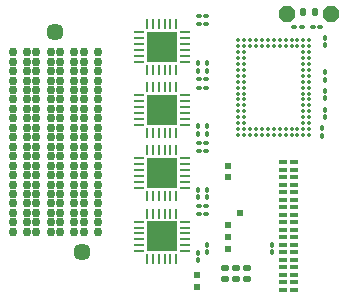
<source format=gbr>
%TF.GenerationSoftware,KiCad,Pcbnew,8.0.5*%
%TF.CreationDate,2025-10-24T05:54:48-05:00*%
%TF.ProjectId,iris-128s,69726973-2d31-4323-9873-2e6b69636164,1*%
%TF.SameCoordinates,Original*%
%TF.FileFunction,Soldermask,Top*%
%TF.FilePolarity,Negative*%
%FSLAX46Y46*%
G04 Gerber Fmt 4.6, Leading zero omitted, Abs format (unit mm)*
G04 Created by KiCad (PCBNEW 8.0.5) date 2025-10-24 05:54:48*
%MOMM*%
%LPD*%
G01*
G04 APERTURE LIST*
G04 Aperture macros list*
%AMRoundRect*
0 Rectangle with rounded corners*
0 $1 Rounding radius*
0 $2 $3 $4 $5 $6 $7 $8 $9 X,Y pos of 4 corners*
0 Add a 4 corners polygon primitive as box body*
4,1,4,$2,$3,$4,$5,$6,$7,$8,$9,$2,$3,0*
0 Add four circle primitives for the rounded corners*
1,1,$1+$1,$2,$3*
1,1,$1+$1,$4,$5*
1,1,$1+$1,$6,$7*
1,1,$1+$1,$8,$9*
0 Add four rect primitives between the rounded corners*
20,1,$1+$1,$2,$3,$4,$5,0*
20,1,$1+$1,$4,$5,$6,$7,0*
20,1,$1+$1,$6,$7,$8,$9,0*
20,1,$1+$1,$8,$9,$2,$3,0*%
%AMFreePoly0*
4,1,17,0.288426,0.645521,0.645521,0.288426,0.660400,0.252505,0.660400,-0.252505,0.645521,-0.288426,0.288426,-0.645521,0.252505,-0.660400,-0.252505,-0.660400,-0.288426,-0.645521,-0.645521,-0.288426,-0.660400,-0.252505,-0.660400,0.252505,-0.645521,0.288426,-0.288426,0.645521,-0.252505,0.660400,0.252505,0.660400,0.288426,0.645521,0.288426,0.645521,$1*%
G04 Aperture macros list end*
%ADD10RoundRect,0.140000X-0.170000X0.140000X-0.170000X-0.140000X0.170000X-0.140000X0.170000X0.140000X0*%
%ADD11RoundRect,0.100000X0.100000X-0.130000X0.100000X0.130000X-0.100000X0.130000X-0.100000X-0.130000X0*%
%ADD12RoundRect,0.100000X-0.100000X0.130000X-0.100000X-0.130000X0.100000X-0.130000X0.100000X0.130000X0*%
%ADD13C,1.450000*%
%ADD14C,0.764000*%
%ADD15RoundRect,0.100000X-0.130000X-0.100000X0.130000X-0.100000X0.130000X0.100000X-0.130000X0.100000X0*%
%ADD16FreePoly0,90.000000*%
%ADD17RoundRect,0.135000X0.135000X0.185000X-0.135000X0.185000X-0.135000X-0.185000X0.135000X-0.185000X0*%
%ADD18C,0.351600*%
%ADD19R,0.500000X0.500000*%
%ADD20RoundRect,0.062500X-0.062500X0.375000X-0.062500X-0.375000X0.062500X-0.375000X0.062500X0.375000X0*%
%ADD21RoundRect,0.062500X-0.375000X0.062500X-0.375000X-0.062500X0.375000X-0.062500X0.375000X0.062500X0*%
%ADD22R,2.600000X2.600000*%
%ADD23R,0.762000X0.381000*%
%ADD24RoundRect,0.100000X0.130000X0.100000X-0.130000X0.100000X-0.130000X-0.100000X0.130000X-0.100000X0*%
G04 APERTURE END LIST*
D10*
%TO.C,C11*%
X116292860Y-102640840D03*
X116292860Y-103600840D03*
%TD*%
D11*
%TO.C,R9*%
X113111280Y-102020000D03*
X113111280Y-101380000D03*
%TD*%
%TO.C,C42*%
X113811280Y-101359760D03*
X113811280Y-100719760D03*
%TD*%
D12*
%TO.C,R20*%
X123800000Y-87669000D03*
X123800000Y-88309000D03*
%TD*%
D10*
%TO.C,C12*%
X115372860Y-102640840D03*
X115372860Y-103600840D03*
%TD*%
D12*
%TO.C,C40*%
X113813240Y-90680000D03*
X113813240Y-91320000D03*
%TD*%
D11*
%TO.C,R8*%
X113111280Y-96670000D03*
X113111280Y-96030000D03*
%TD*%
D13*
%TO.C,S5*%
X103246980Y-101283400D03*
X100996980Y-82723400D03*
D14*
X101396980Y-99603400D03*
X102596980Y-99603400D03*
X99396980Y-84403400D03*
X100596980Y-84403400D03*
X97396980Y-98003400D03*
X98596980Y-98003400D03*
X97396980Y-97203400D03*
X98596980Y-97203400D03*
X97396980Y-96403400D03*
X98596980Y-96403400D03*
X97396980Y-95603400D03*
X98596980Y-95603400D03*
X97396980Y-94803400D03*
X98596980Y-94803400D03*
X97396980Y-94003400D03*
X98596980Y-94003400D03*
X97396980Y-93203400D03*
X98596980Y-93203400D03*
X97396980Y-92403400D03*
X98596980Y-92403400D03*
X97396980Y-91603400D03*
X98596980Y-91603400D03*
X97396980Y-90803400D03*
X98596980Y-90803400D03*
X97396980Y-90003400D03*
X98596980Y-90003400D03*
X97396980Y-89203400D03*
X98596980Y-89203400D03*
X97396980Y-88403400D03*
X98596980Y-88403400D03*
X97396980Y-87603400D03*
X98596980Y-87603400D03*
X97396980Y-86803400D03*
X98596980Y-86803400D03*
X97396980Y-86003400D03*
X98596980Y-86003400D03*
X99396980Y-98003400D03*
X100596980Y-98003400D03*
X99396980Y-97203400D03*
X100596980Y-97203400D03*
X99396980Y-96403400D03*
X100596980Y-96403400D03*
X99396980Y-95603400D03*
X100596980Y-95603400D03*
X99396980Y-94803400D03*
X100596980Y-94803400D03*
X99396980Y-94003400D03*
X100596980Y-94003400D03*
X99396980Y-93203400D03*
X100596980Y-93203400D03*
X99396980Y-92403400D03*
X100596980Y-92403400D03*
X99396980Y-91603400D03*
X100596980Y-91603400D03*
X99396980Y-90803400D03*
X100596980Y-90803400D03*
X99396980Y-90003400D03*
X100596980Y-90003400D03*
X99396980Y-89203400D03*
X100596980Y-89203400D03*
X99396980Y-88403400D03*
X100596980Y-88403400D03*
X99396980Y-87603400D03*
X100596980Y-87603400D03*
X99396980Y-86803400D03*
X100596980Y-86803400D03*
X99396980Y-86003400D03*
X100596980Y-86003400D03*
X101396980Y-98003400D03*
X102596980Y-98003400D03*
X101396980Y-97203400D03*
X102596980Y-97203400D03*
X101396980Y-96403400D03*
X102596980Y-96403400D03*
X101396980Y-95603400D03*
X102596980Y-95603400D03*
X101396980Y-94803400D03*
X102596980Y-94803400D03*
X101396980Y-94003400D03*
X102596980Y-94003400D03*
X101396980Y-93203400D03*
X102596980Y-93203400D03*
X101396980Y-92403400D03*
X102596980Y-92403400D03*
X101396980Y-91603400D03*
X102596980Y-91603400D03*
X101396980Y-90803400D03*
X102596980Y-90803400D03*
X101396980Y-90003400D03*
X102596980Y-90003400D03*
X101396980Y-89203400D03*
X102596980Y-89203400D03*
X101396980Y-88403400D03*
X102596980Y-88403400D03*
X101396980Y-87603400D03*
X102596980Y-87603400D03*
X101396980Y-86803400D03*
X102596980Y-86803400D03*
X101396980Y-86003400D03*
X102596980Y-86003400D03*
X103396980Y-98003400D03*
X104596980Y-98003400D03*
X103396980Y-97203400D03*
X104596980Y-97203400D03*
X103396980Y-96403400D03*
X104596980Y-96403400D03*
X103396980Y-95603400D03*
X104596980Y-95603400D03*
X103396980Y-94803400D03*
X104596980Y-94803400D03*
X103396980Y-94003400D03*
X104596980Y-94003400D03*
X103396980Y-93203400D03*
X104596980Y-93203400D03*
X103396980Y-92403400D03*
X104596980Y-92403400D03*
X103396980Y-91603400D03*
X104596980Y-91603400D03*
X103396980Y-90803400D03*
X104596980Y-90803400D03*
X103396980Y-90003400D03*
X104596980Y-90003400D03*
X103396980Y-89203400D03*
X104596980Y-89203400D03*
X103396980Y-88403400D03*
X104596980Y-88403400D03*
X103396980Y-87603400D03*
X104596980Y-87603400D03*
X103396980Y-86803400D03*
X104596980Y-86803400D03*
X103396980Y-86003400D03*
X104596980Y-86003400D03*
X97396980Y-99603400D03*
X98596980Y-99603400D03*
X99396980Y-99603400D03*
X103396980Y-99603400D03*
X104596980Y-99603400D03*
X97396980Y-98803400D03*
X99396980Y-98803400D03*
X101396980Y-98803400D03*
X103396980Y-98803400D03*
X98596980Y-85203400D03*
X100596980Y-85203400D03*
X102596980Y-85203400D03*
X104596980Y-85203400D03*
X97396980Y-84403400D03*
X98596980Y-84403400D03*
X102596980Y-84403400D03*
X103396980Y-84403400D03*
X104596980Y-84403400D03*
X100596980Y-99603400D03*
X101396980Y-84403400D03*
X98596980Y-98803400D03*
X100596980Y-98803400D03*
X97396980Y-85203400D03*
X99396980Y-85203400D03*
X102596980Y-98803400D03*
X104596980Y-98803400D03*
X101396980Y-85203400D03*
X103396980Y-85203400D03*
%TD*%
D15*
%TO.C,C36*%
X113141280Y-98114200D03*
X113781280Y-98114200D03*
%TD*%
%TO.C,C33*%
X113141280Y-97400400D03*
X113781280Y-97400400D03*
%TD*%
%TO.C,R19*%
X122802200Y-82299680D03*
X123442200Y-82299680D03*
%TD*%
D11*
%TO.C,R16*%
X119353460Y-101325480D03*
X119353460Y-100685480D03*
%TD*%
D16*
%TO.C,REF0*%
X120622500Y-81188000D03*
%TD*%
D17*
%TO.C,R14*%
X122999380Y-81028400D03*
X121979380Y-81028400D03*
%TD*%
D18*
%TO.C,U10*%
X116500000Y-91400000D03*
X116500000Y-90900000D03*
X116500000Y-90400000D03*
X116500000Y-89900000D03*
X116500000Y-89400000D03*
X116500000Y-88900000D03*
X116500000Y-88400000D03*
X116500000Y-87900000D03*
X116500000Y-87400000D03*
X116500000Y-86900000D03*
X116500000Y-86400000D03*
X116500000Y-85900000D03*
X116500000Y-85400000D03*
X116500000Y-84900000D03*
X116500000Y-84400000D03*
X116500000Y-83900000D03*
X116500000Y-83400000D03*
X117000000Y-91400000D03*
X117000000Y-90900000D03*
X117000000Y-90400000D03*
X117000000Y-89900000D03*
X117000000Y-89400000D03*
X117000000Y-88900000D03*
X117000000Y-88400000D03*
X117000000Y-87900000D03*
X117000000Y-87400000D03*
X117000000Y-86900000D03*
X117000000Y-86400000D03*
X117000000Y-85900000D03*
X117000000Y-85400000D03*
X117000000Y-84900000D03*
X117000000Y-84400000D03*
X117000000Y-83900000D03*
X117000000Y-83400000D03*
X117500000Y-91400000D03*
X117500000Y-90900000D03*
X117500000Y-83900000D03*
X117500000Y-83400000D03*
X118000000Y-91400000D03*
X118000000Y-90900000D03*
X118000000Y-83900000D03*
X118000000Y-83400000D03*
X118500000Y-91400000D03*
X118500000Y-90900000D03*
X118500000Y-83900000D03*
X118500000Y-83400000D03*
X119000000Y-91400000D03*
X119000000Y-90900000D03*
X119000000Y-83900000D03*
X119000000Y-83400000D03*
X119500000Y-91400000D03*
X119500000Y-90900000D03*
X119500000Y-83900000D03*
X119500000Y-83400000D03*
X120000000Y-91400000D03*
X120000000Y-90900000D03*
X120000000Y-83900000D03*
X120000000Y-83400000D03*
X120500000Y-91400000D03*
X120500000Y-90900000D03*
X120500000Y-83900000D03*
X120500000Y-83400000D03*
X121000000Y-91400000D03*
X121000000Y-90900000D03*
X121000000Y-83900000D03*
X121000000Y-83400000D03*
X121500000Y-91400000D03*
X121500000Y-90900000D03*
X121500000Y-83900000D03*
X121500000Y-83400000D03*
X122000000Y-91400000D03*
X122000000Y-90900000D03*
X122000000Y-90400000D03*
X122000000Y-89900000D03*
X122000000Y-89400000D03*
X122000000Y-88900000D03*
X122000000Y-88400000D03*
X122000000Y-87900000D03*
X122000000Y-87400000D03*
X122000000Y-86900000D03*
X122000000Y-86400000D03*
X122000000Y-85900000D03*
X122000000Y-85400000D03*
X122000000Y-84900000D03*
X122000000Y-84400000D03*
X122000000Y-83900000D03*
X122000000Y-83400000D03*
X122500000Y-91400000D03*
X122500000Y-90900000D03*
X122500000Y-90400000D03*
X122500000Y-89900000D03*
X122500000Y-89400000D03*
X122500000Y-88900000D03*
X122500000Y-88400000D03*
X122500000Y-87900000D03*
X122500000Y-87400000D03*
X122500000Y-86900000D03*
X122500000Y-86400000D03*
X122500000Y-85900000D03*
X122500000Y-85400000D03*
X122500000Y-84900000D03*
X122500000Y-84400000D03*
X122500000Y-83900000D03*
X122500000Y-83400000D03*
%TD*%
D19*
%TO.C,TP1*%
X115619340Y-99054000D03*
%TD*%
D20*
%TO.C,U2*%
X111250000Y-92712500D03*
X110750000Y-92712500D03*
X110250000Y-92712500D03*
X109750000Y-92712500D03*
X109250000Y-92712500D03*
X108750000Y-92712500D03*
D21*
X108062500Y-93400000D03*
X108062500Y-93900000D03*
X108062500Y-94400000D03*
X108062500Y-94900000D03*
X108062500Y-95400000D03*
X108062500Y-95900000D03*
D20*
X108750000Y-96587500D03*
X109250000Y-96587500D03*
X109750000Y-96587500D03*
X110250000Y-96587500D03*
X110750000Y-96587500D03*
X111250000Y-96587500D03*
D21*
X111937500Y-95900000D03*
X111937500Y-95400000D03*
X111937500Y-94900000D03*
X111937500Y-94400000D03*
X111937500Y-93900000D03*
X111937500Y-93400000D03*
D22*
X110000000Y-94650000D03*
%TD*%
D15*
%TO.C,C35*%
X113141280Y-86701800D03*
X113781280Y-86701800D03*
%TD*%
D19*
%TO.C,TP4*%
X112998060Y-103300000D03*
%TD*%
D11*
%TO.C,R6*%
X113111280Y-85970000D03*
X113111280Y-85330000D03*
%TD*%
D19*
%TO.C,TP2*%
X115619340Y-100054000D03*
%TD*%
D15*
%TO.C,C34*%
X113141280Y-82002200D03*
X113781280Y-82002200D03*
%TD*%
D19*
%TO.C,TP8*%
X116619340Y-98054000D03*
%TD*%
D12*
%TO.C,R21*%
X123800000Y-86092620D03*
X123800000Y-86732620D03*
%TD*%
D15*
%TO.C,C39*%
X113141280Y-92061200D03*
X113781280Y-92061200D03*
%TD*%
D12*
%TO.C,C41*%
X113813300Y-96030000D03*
X113813300Y-96670000D03*
%TD*%
D16*
%TO.C,GND1*%
X124315000Y-81188000D03*
%TD*%
D12*
%TO.C,R18*%
X123800000Y-89259040D03*
X123800000Y-89899040D03*
%TD*%
D23*
%TO.C,S3*%
X121190620Y-104501560D03*
X121190620Y-103866560D03*
X121190620Y-103231560D03*
X121190620Y-102596560D03*
X121190620Y-101961560D03*
X121190620Y-101326560D03*
X121190620Y-100691560D03*
X121190620Y-100056560D03*
X121190620Y-99421560D03*
X121190620Y-98786560D03*
X121190620Y-98151560D03*
X121190620Y-97516560D03*
X121190620Y-96881560D03*
X121190620Y-96246560D03*
X121190620Y-95611560D03*
X121190620Y-94976560D03*
X121190620Y-94341560D03*
X121190620Y-93706560D03*
X120250820Y-104501560D03*
X120250820Y-103866560D03*
X120250820Y-103231560D03*
X120250820Y-102596560D03*
X120250820Y-101961560D03*
X120250820Y-101326560D03*
X120250820Y-100691560D03*
X120250820Y-100056560D03*
X120250820Y-99421560D03*
X120250820Y-98786560D03*
X120250820Y-98151560D03*
X120250820Y-97516560D03*
X120250820Y-96881560D03*
X120250820Y-96246560D03*
X120250820Y-95611560D03*
X120250820Y-94976560D03*
X120250820Y-94341560D03*
X120250820Y-93706560D03*
%TD*%
D11*
%TO.C,C4*%
X123800000Y-83820000D03*
X123800000Y-83180000D03*
%TD*%
D20*
%TO.C,U3*%
X111250000Y-87362500D03*
X110750000Y-87362500D03*
X110250000Y-87362500D03*
X109750000Y-87362500D03*
X109250000Y-87362500D03*
X108750000Y-87362500D03*
D21*
X108062500Y-88050000D03*
X108062500Y-88550000D03*
X108062500Y-89050000D03*
X108062500Y-89550000D03*
X108062500Y-90050000D03*
X108062500Y-90550000D03*
D20*
X108750000Y-91237500D03*
X109250000Y-91237500D03*
X109750000Y-91237500D03*
X110250000Y-91237500D03*
X110750000Y-91237500D03*
X111250000Y-91237500D03*
D21*
X111937500Y-90550000D03*
X111937500Y-90050000D03*
X111937500Y-89550000D03*
X111937500Y-89050000D03*
X111937500Y-88550000D03*
X111937500Y-88050000D03*
D22*
X110000000Y-89300000D03*
%TD*%
D24*
%TO.C,C6*%
X121875960Y-82299680D03*
X121235960Y-82299680D03*
%TD*%
D19*
%TO.C,TP5*%
X112998060Y-104300000D03*
%TD*%
%TO.C,TP7*%
X115619340Y-94012440D03*
%TD*%
%TO.C,TP3*%
X115619340Y-101054000D03*
%TD*%
D20*
%TO.C,U4*%
X111250000Y-82012500D03*
X110750000Y-82012500D03*
X110250000Y-82012500D03*
X109750000Y-82012500D03*
X109250000Y-82012500D03*
X108750000Y-82012500D03*
D21*
X108062500Y-82700000D03*
X108062500Y-83200000D03*
X108062500Y-83700000D03*
X108062500Y-84200000D03*
X108062500Y-84700000D03*
X108062500Y-85200000D03*
D20*
X108750000Y-85887500D03*
X109250000Y-85887500D03*
X109750000Y-85887500D03*
X110250000Y-85887500D03*
X110750000Y-85887500D03*
X111250000Y-85887500D03*
D21*
X111937500Y-85200000D03*
X111937500Y-84700000D03*
X111937500Y-84200000D03*
X111937500Y-83700000D03*
X111937500Y-83200000D03*
X111937500Y-82700000D03*
D22*
X110000000Y-83950000D03*
%TD*%
D20*
%TO.C,U1*%
X111250000Y-98062500D03*
X110750000Y-98062500D03*
X110250000Y-98062500D03*
X109750000Y-98062500D03*
X109250000Y-98062500D03*
X108750000Y-98062500D03*
D21*
X108062500Y-98750000D03*
X108062500Y-99250000D03*
X108062500Y-99750000D03*
X108062500Y-100250000D03*
X108062500Y-100750000D03*
X108062500Y-101250000D03*
D20*
X108750000Y-101937500D03*
X109250000Y-101937500D03*
X109750000Y-101937500D03*
X110250000Y-101937500D03*
X110750000Y-101937500D03*
X111250000Y-101937500D03*
D21*
X111937500Y-101250000D03*
X111937500Y-100750000D03*
X111937500Y-100250000D03*
X111937500Y-99750000D03*
X111937500Y-99250000D03*
X111937500Y-98750000D03*
D22*
X110000000Y-100000000D03*
%TD*%
D15*
%TO.C,C37*%
X113141280Y-81298680D03*
X113781280Y-81298680D03*
%TD*%
%TO.C,C32*%
X113141280Y-92780200D03*
X113781280Y-92780200D03*
%TD*%
D10*
%TO.C,C13*%
X117212860Y-102640840D03*
X117212860Y-103600840D03*
%TD*%
D15*
%TO.C,C38*%
X113141280Y-87415600D03*
X113781280Y-87415600D03*
%TD*%
D12*
%TO.C,C5*%
X123600083Y-90820380D03*
X123600083Y-91460380D03*
%TD*%
%TO.C,C43*%
X113815960Y-85330000D03*
X113815960Y-85970000D03*
%TD*%
D11*
%TO.C,R7*%
X113111280Y-91320000D03*
X113111280Y-90680000D03*
%TD*%
D19*
%TO.C,TP6*%
X115619340Y-95000000D03*
%TD*%
M02*

</source>
